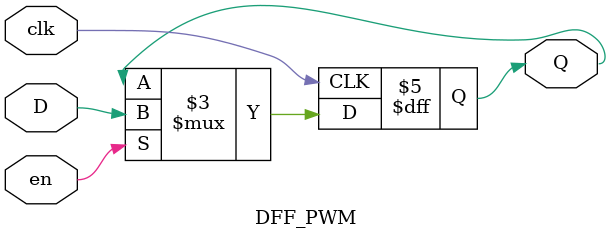
<source format=v>
/*
 * Copyright (c) 2024 Your Name
 * SPDX-License-Identifier: Apache-2.0
 */

`define default_netname none

module tt_um_PWM (
    input  wire [7:0] ui_in,    // Dedicated inputs
    output wire [7:0] uo_out,   // Dedicated outputs
    input  wire [7:0] uio_in,   // IOs: Input path
    output wire [7:0] uio_out,  // IOs: Output path
    output wire [7:0] uio_oe,   // IOs: Enable path (active high: 0=input, 1=output)
    input  wire       ena,      // will go high when the design is enabled
    input  wire       clk,      // clock
    input  wire       rst_n     // reset_n - low to reset
);

  // All output pins must be assigned. If not used, assign to 0.
  //assign uo_out  = ui_in + uio_in;  // Example: ou_out is the sum of ui_in and uio_in
  assign uio_out = 0;
  assign uio_oe  = 0;
  assign uo_out = PWM_OUT;
	
 wire slow_clk_enable; // slow clock enable signal for debouncing FFs
 reg[27:0] counter_debounce=0;// counter for creating slow clock enable signals 
 wire tmp1,tmp2,duty_inc;// temporary flip-flop signals for debouncing the increasing button
 wire tmp3,tmp4,duty_dec;// temporary flip-flop signals for debouncing the decreasing button
 reg[3:0] counter_PWM=0;// counter for creating 10Mhz PWM signal
 reg[3:0] DUTY_CYCLE=5; // initial duty cycle is 50%
  // Debouncing 2 buttons for inc/dec duty cycle 
  // Firstly generate slow clock enable for debouncing flip-flop (4Hz)
 always @(posedge clk)
 begin
   counter_debounce <= counter_debounce + 1;
   //if(counter_debounce>=25000000) then  
   // for running on FPGA -- comment when running simulation
   if(counter_debounce>=1) 
   // for running simulation -- comment when running on FPGA
    counter_debounce <= 0;
 end
 // assign slow_clk_enable = counter_debounce == 25000000 ?1:0;
 // for running on FPGA -- comment when running simulation 
 assign slow_clk_enable = counter_debounce == 1 ?1:0;
 // for running simulation -- comment when running on FPGA
 // debouncing FFs for increasing button
	DFF_PWM PWM_DFF1(clk,slow_clk_enable,ui_in[0],tmp1);
 DFF_PWM PWM_DFF2(clk,slow_clk_enable,tmp1, tmp2); 
 assign duty_inc =  tmp1 & (~ tmp2) & slow_clk_enable;
 // debouncing FFs for decreasing button
	DFF_PWM PWM_DFF3(clk,slow_clk_enable,ui_in[1], tmp3);
 DFF_PWM PWM_DFF4(clk,slow_clk_enable,tmp3, tmp4); 
 assign duty_dec =  tmp3 & (~ tmp4) & slow_clk_enable;
 // vary the duty cycle using the debounced buttons above
 always @(posedge clk)
 begin
   if(duty_inc==1 && DUTY_CYCLE <= 9) 
    DUTY_CYCLE <= DUTY_CYCLE + 1;// increase duty cycle by 10%
   else if(duty_dec==1 && DUTY_CYCLE>=1) 
    DUTY_CYCLE <= DUTY_CYCLE - 1;//decrease duty cycle by 10%
 end 
// Create 10MHz PWM signal with variable duty cycle controlled by 2 buttons 
 always @(posedge clk)
 begin
   counter_PWM <= counter_PWM + 1;
   if(counter_PWM>=9) 
    counter_PWM <= 0;
 end
 assign PWM_OUT = counter_PWM < DUTY_CYCLE ? 1:0;
endmodule
// Debouncing DFFs for push buttons on FPGA
module DFF_PWM(clk,en,D,Q);
input clk,en,D;
output reg Q;
always @(posedge clk)
begin 
 if(en==1) // slow clock enable signal 
  Q <= D;
end 	
   

endmodule

</source>
